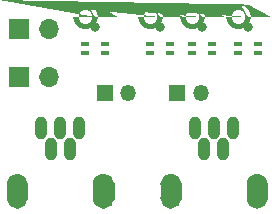
<source format=gbr>
%TF.GenerationSoftware,KiCad,Pcbnew,8.0.1*%
%TF.CreationDate,2024-04-23T13:44:49-04:00*%
%TF.ProjectId,HearingProbeBoard,48656172-696e-4675-9072-6f6265426f61,rev?*%
%TF.SameCoordinates,Original*%
%TF.FileFunction,Soldermask,Bot*%
%TF.FilePolarity,Negative*%
%FSLAX46Y46*%
G04 Gerber Fmt 4.6, Leading zero omitted, Abs format (unit mm)*
G04 Created by KiCad (PCBNEW 8.0.1) date 2024-04-23 13:44:49*
%MOMM*%
%LPD*%
G01*
G04 APERTURE LIST*
G04 Aperture macros list*
%AMFreePoly0*
4,1,59,-0.604057,1.010209,-0.410836,0.951596,-0.232763,0.856414,-0.076680,0.728320,0.051414,0.572237,0.146596,0.394164,0.205209,0.200943,0.225000,0.000000,0.205209,-0.200943,0.146596,-0.394164,0.051414,-0.572237,-0.076680,-0.728320,-0.232763,-0.856414,-0.410836,-0.951596,-0.604057,-1.010209,-0.805000,-1.030000,-1.005943,-1.010209,-1.199164,-0.951596,-1.377237,-0.856414,-1.533320,-0.728320,
-1.661414,-0.572237,-1.756596,-0.394164,-1.815209,-0.200943,-1.835000,0.000000,-1.390005,0.000000,-1.370071,-0.151410,-1.311629,-0.292503,-1.218661,-0.413661,-1.097503,-0.506629,-0.956410,-0.565071,-0.805000,-0.585005,-0.653590,-0.565071,-0.512497,-0.506629,-0.391339,-0.413661,-0.298371,-0.292503,-0.239929,-0.151410,-0.219995,0.000000,-0.239929,0.151410,-0.298371,0.292502,-0.391339,0.413661,
-0.512497,0.506629,-0.653590,0.565071,-0.805000,0.585005,-0.956410,0.565071,-1.097502,0.506629,-1.218661,0.413661,-1.311629,0.292502,-1.370071,0.151410,-1.390005,0.000000,-1.835000,0.000000,-1.815209,0.200943,-1.756596,0.394164,-1.661414,0.572237,-1.533320,0.728320,-1.377237,0.856414,-1.199164,0.951596,-1.005943,1.010209,-0.805000,1.030000,-0.604057,1.010209,-0.604057,1.010209,
$1*%
G04 Aperture macros list end*
%ADD10C,0.600000*%
%ADD11C,0.010000*%
%ADD12R,1.700000X1.700000*%
%ADD13O,1.700000X1.700000*%
%ADD14R,1.350000X1.350000*%
%ADD15O,1.350000X1.350000*%
%ADD16C,0.800000*%
%ADD17R,0.750000X0.450000*%
%ADD18FreePoly0,90.000000*%
%ADD19O,1.052400X1.952400*%
%ADD20O,1.700000X2.900000*%
%ADD21O,1.750000X2.950000*%
G04 APERTURE END LIST*
D10*
%TO.C,J2*%
X133850000Y-111800000D02*
X133850000Y-110600000D01*
X135050000Y-110600000D02*
X135050000Y-111800000D01*
X141150000Y-111800000D02*
X141150000Y-110600000D01*
X142350000Y-110600000D02*
X142350000Y-111800000D01*
X133850000Y-110600000D02*
G75*
G02*
X134450000Y-110000000I600000J0D01*
G01*
X134450000Y-110000000D02*
G75*
G02*
X135050000Y-110600000I0J-600000D01*
G01*
X134450000Y-112400000D02*
G75*
G02*
X133850000Y-111800000I0J600000D01*
G01*
X135050000Y-111800000D02*
G75*
G02*
X134450000Y-112400000I-600000J0D01*
G01*
X141150000Y-110600000D02*
G75*
G02*
X141750000Y-110000000I600000J0D01*
G01*
X141750000Y-110000000D02*
G75*
G02*
X142350000Y-110600000I0J-600000D01*
G01*
X141750000Y-112400000D02*
G75*
G02*
X141150000Y-111800000I0J600000D01*
G01*
X142350000Y-111800000D02*
G75*
G02*
X141750000Y-112400000I-600000J0D01*
G01*
D11*
X135050000Y-112401040D02*
X133846310Y-112401040D01*
X133846310Y-110000000D01*
X135050000Y-110000000D01*
X135050000Y-112401040D01*
G36*
X135050000Y-112401040D02*
G01*
X133846310Y-112401040D01*
X133846310Y-110000000D01*
X135050000Y-110000000D01*
X135050000Y-112401040D01*
G37*
X142350000Y-112400650D02*
X141151640Y-112400650D01*
X141151640Y-110000000D01*
X142350000Y-110000000D01*
X142350000Y-112400650D01*
G36*
X142350000Y-112400650D02*
G01*
X141151640Y-112400650D01*
X141151640Y-110000000D01*
X142350000Y-110000000D01*
X142350000Y-112400650D01*
G37*
D10*
%TO.C,J1*%
X120850000Y-111800000D02*
X120850000Y-110600000D01*
X122050000Y-110600000D02*
X122050000Y-111800000D01*
X128150000Y-111800000D02*
X128150000Y-110600000D01*
X129350000Y-110600000D02*
X129350000Y-111800000D01*
X120850000Y-110600000D02*
G75*
G02*
X121450000Y-110000000I600000J0D01*
G01*
X121450000Y-110000000D02*
G75*
G02*
X122050000Y-110600000I0J-600000D01*
G01*
X121450000Y-112400000D02*
G75*
G02*
X120850000Y-111800000I0J600000D01*
G01*
X122050000Y-111800000D02*
G75*
G02*
X121450000Y-112400000I-600000J0D01*
G01*
X128150000Y-110600000D02*
G75*
G02*
X128750000Y-110000000I600000J0D01*
G01*
X128750000Y-110000000D02*
G75*
G02*
X129350000Y-110600000I0J-600000D01*
G01*
X128750000Y-112400000D02*
G75*
G02*
X128150000Y-111800000I0J600000D01*
G01*
X129350000Y-111800000D02*
G75*
G02*
X128750000Y-112400000I-600000J0D01*
G01*
D11*
X122050000Y-112401040D02*
X120846310Y-112401040D01*
X120846310Y-110000000D01*
X122050000Y-110000000D01*
X122050000Y-112401040D01*
G36*
X122050000Y-112401040D02*
G01*
X120846310Y-112401040D01*
X120846310Y-110000000D01*
X122050000Y-110000000D01*
X122050000Y-112401040D01*
G37*
X129350000Y-112400650D02*
X128151640Y-112400650D01*
X128151640Y-110000000D01*
X129350000Y-110000000D01*
X129350000Y-112400650D01*
G36*
X129350000Y-112400650D02*
G01*
X128151640Y-112400650D01*
X128151640Y-110000000D01*
X129350000Y-110000000D01*
X129350000Y-112400650D01*
G37*
%TD*%
D12*
%TO.C,J3*%
X121600000Y-101500000D03*
D13*
X124140000Y-101500000D03*
%TD*%
D14*
%TO.C,J6*%
X135000000Y-102900000D03*
D15*
X137000000Y-102900000D03*
%TD*%
D14*
%TO.C,J5*%
X128850000Y-102900000D03*
D15*
X130850000Y-102900000D03*
%TD*%
D12*
%TO.C,J4*%
X121600000Y-97500000D03*
D13*
X124140000Y-97500000D03*
%TD*%
D16*
%TO.C,MIC3*%
X137100000Y-97300000D03*
D17*
X137950000Y-99480000D03*
X137950000Y-98780000D03*
X136250000Y-99480000D03*
X136250000Y-98780000D03*
D18*
X137100000Y-96495000D03*
%TD*%
D16*
%TO.C,MIC1*%
X128000000Y-97300000D03*
D17*
X128850000Y-99480000D03*
X128850000Y-98780000D03*
X127150000Y-99480000D03*
X127150000Y-98780000D03*
D18*
X128000000Y-96495000D03*
%TD*%
D16*
%TO.C,MIC2*%
X133500000Y-97300000D03*
D17*
X134350000Y-99480000D03*
X134350000Y-98780000D03*
X132650000Y-99480000D03*
X132650000Y-98780000D03*
D18*
X133500000Y-96495000D03*
%TD*%
D19*
%TO.C,J2*%
X139700000Y-105850000D03*
X138900000Y-107650000D03*
X138100000Y-105850000D03*
X137300000Y-107650000D03*
X136500000Y-105850000D03*
D20*
X134450000Y-111200000D03*
D21*
X141775000Y-111225000D03*
%TD*%
D19*
%TO.C,J1*%
X126700000Y-105850000D03*
X125900000Y-107650000D03*
X125100000Y-105850000D03*
X124300000Y-107650000D03*
X123500000Y-105850000D03*
D20*
X121450000Y-111200000D03*
D21*
X128750000Y-111200000D03*
%TD*%
D16*
%TO.C,MIC4*%
X141000000Y-97300000D03*
D17*
X141850000Y-99480000D03*
X141850000Y-98780000D03*
X140150000Y-99480000D03*
X140150000Y-98780000D03*
D18*
X141000000Y-96495000D03*
%TD*%
M02*

</source>
